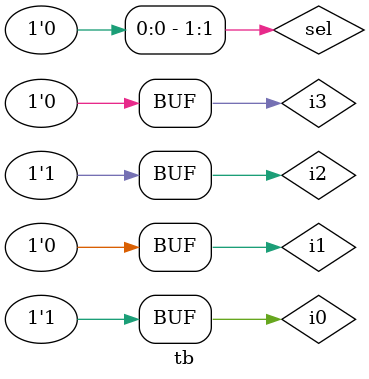
<source format=v>
module mux_example(
  input [1:0] sel,
  input  i0,i1,i2,i3,
  output reg y);
    
  always @(*) begin
    case(sel)
      2'h0: y = i0;
      2'h1: y = i1;
      2'h2: y = i2;
      2'h3: y = i3;
      default: $display("Invalid sel input");
    endcase
  end
endmodule

// testbench
module tb;
  reg [1:0] sel;
  reg i0,i1,i2,i3;
  wire y;
  
  mux_example mux(sel, i0, i1, i2, i3, y);
  
  initial begin
    $monitor("sel = %b -> i3 = %0b, i2 = %0b ,i1 = %0b, i0 = %0b -> y = %0b", sel,i3,i2,i1,i0, y);
    {i3,i2,i1,i0} = 4'h5;
    repeat(6) begin
      sel = $random;
      #5;
    end
  end
endmodule

</source>
